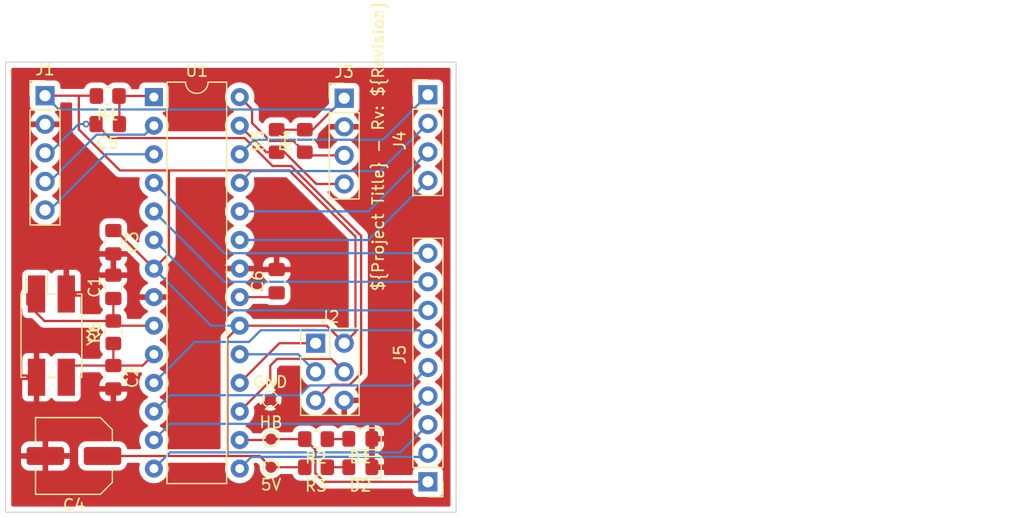
<source format=kicad_pcb>
(kicad_pcb (version 20240108) (generator "pcbnew") (generator_version "8.0")
  (title_block (title "${Project Title}") (date "2024-12-09") (rev "${Revision}") (company "${Company Name}") (comment 1 "${Designed By}"))
  (layers (0 "F.Cu" signal) (31 "B.Cu" signal) (34 "B.Paste" user) (35 "F.Paste" user) (36 "B.SilkS" user "B.Silkscreen") (37 "F.SilkS" user "F.Silkscreen") (38 "B.Mask" user) (39 "F.Mask" user) (44 "Edge.Cuts" user))
  (property "Company Name" "Squashed Fly")
  (property "Designed By" "Designed By Philip McGaw")
  (property "Project Title" "Shrimp")
  (property "Revision" "0.1")
  (net 0 "")
  (net 1 "GND")
  (net 2 "Net-(U1-XTAL1{slash}PB6)")
  (net 3 "Net-(U1-XTAL2{slash}PB7)")
  (net 4 "+5V")
  (net 5 "Net-(U1-~{RESET}{slash}PC6)")
  (net 6 "/Reset")
  (net 7 "Net-(U1-AREF)")
  (net 8 "Net-(D1-A)")
  (net 9 "Net-(D2-A)")
  (net 10 "/TX")
  (net 11 "/RX")
  (net 12 "/MISO")
  (net 13 "/SCK")
  (net 14 "/MOSI")
  (net 15 "/SDA")
  (net 16 "/SCL")
  (net 17 "/D10~")
  (net 18 "/A0")
  (net 19 "/D9~")
  (net 20 "/A2")
  (net 21 "/D5~")
  (net 22 "/D3~")
  (net 23 "/D7")
  (net 24 "/D6~")
  (net 25 "/D4")
  (net 26 "/D2")
  (net 27 "/A1")
  (net 28 "/A3")
  (net 29 "/D8")
  (footprint "Resistor_SMD:R_0805_2012Metric_Pad1.20x1.40mm_HandSolder" (layer "F.Cu") (at 108.565686 76.525 180)
    (property "Reference" "R2" (at 0 -1.65 0) (layer "F.SilkS"))
    (property "Value" "1k")
    (fp_line (start -0.227064 0.735) (end 0.227064 0.735) (stroke (width 0.12)) (layer "F.SilkS"))
    (fp_line (start -0.227064 -0.735) (end 0.227064 -0.735) (stroke (width 0.12)) (layer "F.SilkS"))
    (pad "1" smd roundrect (at -1 0 180) (size 1.2 1.4) (layers "F.Cu" "F.Paste" "F.Mask") (roundrect_rratio 0.208333) (net 8 "Net-(D1-A)"))
    (pad "2" smd roundrect (at 1 0 180) (size 1.2 1.4) (layers "F.Cu" "F.Paste" "F.Mask") (roundrect_rratio 0.208333) (net 17 "/D10~"))
  )
  (footprint "Capacitor_SMD:C_0805_2012Metric_Pad1.18x1.45mm_HandSolder" (layer "F.Cu") (at 90.565686 71.025 -90)
    (property "Reference" "C2" (at 0 -1.68 90) (layer "F.SilkS"))
    (property "Value" "22pF")
    (fp_line (start -0.261252 0.735) (end 0.261252 0.735) (stroke (width 0.12)) (layer "F.SilkS"))
    (fp_line (start -0.261252 -0.735) (end 0.261252 -0.735) (stroke (width 0.12)) (layer "F.SilkS"))
    (pad "1" smd roundrect (at -1.0375 0 270) (size 1.175 1.45) (layers "F.Cu" "F.Paste" "F.Mask") (roundrect_rratio 0.212766) (net 3 "Net-(U1-XTAL2{slash}PB7)"))
    (pad "2" smd roundrect (at 1.0375 0 270) (size 1.175 1.45) (layers "F.Cu" "F.Paste" "F.Mask") (roundrect_rratio 0.212766) (net 1 "GND"))
  )
  (footprint "Connector_PinHeader_2.54mm:PinHeader_1x04_P2.54mm_Vertical" (layer "F.Cu") (at 111.065686 46.225)
    (property "Reference" "J3" (at 0 -2.33 0) (layer "F.SilkS"))
    (property "Value" "I2C")
    (fp_line (start -1.33 -1.33) (end 0 -1.33) (stroke (width 0.12)) (layer "F.SilkS"))
    (fp_line (start -1.33 0) (end -1.33 -1.33) (stroke (width 0.12)) (layer "F.SilkS"))
    (fp_line (start -1.33 1.27) (end -1.33 8.95) (stroke (width 0.12)) (layer "F.SilkS"))
    (fp_line (start -1.33 1.27) (end 1.33 1.27) (stroke (width 0.12)) (layer "F.SilkS"))
    (fp_line (start -1.33 8.95) (end 1.33 8.95) (stroke (width 0.12)) (layer "F.SilkS"))
    (fp_line (start 1.33 1.27) (end 1.33 8.95) (stroke (width 0.12)) (layer "F.SilkS"))
    (pad "1" thru_hole rect (at 0 0) (size 1.7 1.7) (drill 1) (layers "*.Cu" "*.Mask") (net 4 "+5V"))
    (pad "2" thru_hole oval (at 0 2.54) (size 1.7 1.7) (drill 1) (layers "*.Cu" "*.Mask") (net 1 "GND"))
    (pad "3" thru_hole oval (at 0 5.08) (size 1.7 1.7) (drill 1) (layers "*.Cu" "*.Mask") (net 16 "/SCL"))
    (pad "4" thru_hole oval (at 0 7.62) (size 1.7 1.7) (drill 1) (layers "*.Cu" "*.Mask") (net 15 "/SDA"))
  )
  (footprint "Connector_PinHeader_2.54mm:PinHeader_2x03_P2.54mm_Vertical" (layer "F.Cu") (at 108.525686 68)
    (property "Reference" "J2" (at 1.27 -2.33 0) (layer "F.SilkS"))
    (property "Value" "ICSP")
    (fp_line (start -1.33 -1.33) (end 0 -1.33) (stroke (width 0.12)) (layer "F.SilkS"))
    (fp_line (start -1.33 0) (end -1.33 -1.33) (stroke (width 0.12)) (layer "F.SilkS"))
    (fp_line (start -1.33 1.27) (end -1.33 6.41) (stroke (width 0.12)) (layer "F.SilkS"))
    (fp_line (start -1.33 1.27) (end 1.27 1.27) (stroke (width 0.12)) (layer "F.SilkS"))
    (fp_line (start -1.33 6.41) (end 3.87 6.41) (stroke (width 0.12)) (layer "F.SilkS"))
    (fp_line (start 1.27 -1.33) (end 3.87 -1.33) (stroke (width 0.12)) (layer "F.SilkS"))
    (fp_line (start 1.27 1.27) (end 1.27 -1.33) (stroke (width 0.12)) (layer "F.SilkS"))
    (fp_line (start 3.87 -1.33) (end 3.87 6.41) (stroke (width 0.12)) (layer "F.SilkS"))
    (pad "1" thru_hole rect (at 0 0) (size 1.7 1.7) (drill 1) (layers "*.Cu" "*.Mask") (net 12 "/MISO"))
    (pad "2" thru_hole oval (at 2.54 0) (size 1.7 1.7) (drill 1) (layers "*.Cu" "*.Mask") (net 4 "+5V"))
    (pad "3" thru_hole oval (at 0 2.54) (size 1.7 1.7) (drill 1) (layers "*.Cu" "*.Mask") (net 13 "/SCK"))
    (pad "4" thru_hole oval (at 2.54 2.54) (size 1.7 1.7) (drill 1) (layers "*.Cu" "*.Mask") (net 14 "/MOSI"))
    (pad "5" thru_hole oval (at 0 5.08) (size 1.7 1.7) (drill 1) (layers "*.Cu" "*.Mask") (net 6 "/Reset"))
    (pad "6" thru_hole oval (at 2.54 5.08) (size 1.7 1.7) (drill 1) (layers "*.Cu" "*.Mask") (net 1 "GND"))
  )
  (footprint "Connector_PinHeader_2.54mm:PinHeader_1x05_P2.54mm_Vertical" (layer "F.Cu") (at 84.5 46)
    (property "Reference" "J1" (at 0 -2.33 0) (layer "F.SilkS"))
    (property "Value" "UART")
    (fp_line (start -1.33 -1.33) (end 0 -1.33) (stroke (width 0.12)) (layer "F.SilkS"))
    (fp_line (start -1.33 0) (end -1.33 -1.33) (stroke (width 0.12)) (layer "F.SilkS"))
    (fp_line (start -1.33 1.27) (end -1.33 11.49) (stroke (width 0.12)) (layer "F.SilkS"))
    (fp_line (start -1.33 1.27) (end 1.33 1.27) (stroke (width 0.12)) (layer "F.SilkS"))
    (fp_line (start -1.33 11.49) (end 1.33 11.49) (stroke (width 0.12)) (layer "F.SilkS"))
    (fp_line (start 1.33 1.27) (end 1.33 11.49) (stroke (width 0.12)) (layer "F.SilkS"))
    (pad "1" thru_hole rect (at 0 0) (size 1.7 1.7) (drill 1) (layers "*.Cu" "*.Mask") (net 4 "+5V"))
    (pad "2" thru_hole oval (at 0 2.54) (size 1.7 1.7) (drill 1) (layers "*.Cu" "*.Mask") (net 1 "GND"))
    (pad "3" thru_hole oval (at 0 5.08) (size 1.7 1.7) (drill 1) (layers "*.Cu" "*.Mask") (net 6 "/Reset"))
    (pad "4" thru_hole oval (at 0 7.62) (size 1.7 1.7) (drill 1) (layers "*.Cu" "*.Mask") (net 11 "/RX"))
    (pad "5" thru_hole oval (at 0 10.16) (size 1.7 1.7) (drill 1) (layers "*.Cu" "*.Mask") (net 10 "/TX"))
  )
  (footprint "TestPoint:TestPoint_Pad_D1.0mm" (layer "F.Cu") (at 104.5 73 180)
    (property "Reference" "TP2" (hide yes))
    (property "Value" "GND" (at 0 1.55 0) (layer "F.SilkS"))
    (fp_circle (center 0 0) (end 0 0.7) (stroke (width 0.12)) (fill none) (layer "F.SilkS"))
    (pad "1" smd circle (at 0 0 180) (size 1 1) (layers "F.Cu" "F.Mask") (net 1 "GND"))
  )
  (footprint "Resistor_SMD:R_0805_2012Metric_Pad1.20x1.40mm_HandSolder" (layer "F.Cu") (at 105.065686 50.025 90)
    (property "Reference" "R5" (at 0 -1.65 90) (layer "F.SilkS"))
    (property "Value" "10k")
    (fp_line (start -0.227064 -0.735) (end 0.227064 -0.735) (stroke (width 0.12)) (layer "F.SilkS"))
    (fp_line (start -0.227064 0.735) (end 0.227064 0.735) (stroke (width 0.12)) (layer "F.SilkS"))
    (pad "1" smd roundrect (at -1 0 90) (size 1.2 1.4) (layers "F.Cu" "F.Paste" "F.Mask") (roundrect_rratio 0.208333) (net 15 "/SDA"))
    (pad "2" smd roundrect (at 1 0 90) (size 1.2 1.4) (layers "F.Cu" "F.Paste" "F.Mask") (roundrect_rratio 0.208333) (net 4 "+5V"))
  )
  (footprint "Capacitor_SMD:C_Elec_6.3x5.8" (layer "F.Cu") (at 87.065686 78.025 180)
    (property "Reference" "C4" (at 0 -4.35 0) (layer "F.SilkS"))
    (property "Value" "10uF")
    (fp_line (start 3.41 3.41) (end 3.41 1.06) (stroke (width 0.12)) (layer "F.SilkS"))
    (fp_line (start 3.41 -3.41) (end 3.41 -1.06) (stroke (width 0.12)) (layer "F.SilkS"))
    (fp_line (start -2.345563 3.41) (end 3.41 3.41) (stroke (width 0.12)) (layer "F.SilkS"))
    (fp_line (start -2.345563 -3.41) (end 3.41 -3.41) (stroke (width 0.12)) (layer "F.SilkS"))
    (fp_line (start -3.41 2.345563) (end -2.345563 3.41) (stroke (width 0.12)) (layer "F.SilkS"))
    (fp_line (start -3.41 2.345563) (end -3.41 1.06) (stroke (width 0.12)) (layer "F.SilkS"))
    (fp_line (start -3.41 -2.345563) (end -2.345563 -3.41) (stroke (width 0.12)) (layer "F.SilkS"))
    (fp_line (start -3.41 -2.345563) (end -3.41 -1.06) (stroke (width 0.12)) (layer "F.SilkS"))
    (pad "1" smd roundrect (at -2.5375 0 180) (size 3.325 1.6) (layers "F.Cu" "F.Paste" "F.Mask") (roundrect_rratio 0.15625) (net 4 "+5V"))
    (pad "2" smd roundrect (at 2.5375 0 180) (size 3.325 1.6) (layers "F.Cu" "F.Paste" "F.Mask") (roundrect_rratio 0.15625) (net 1 "GND"))
  )
  (footprint "Resistor_SMD:R_0805_2012Metric_Pad1.20x1.40mm_HandSolder" (layer "F.Cu") (at 108.565686 79.025 180)
    (property "Reference" "R3" (at 0 -1.65 0) (layer "F.SilkS"))
    (property "Value" "1k")
    (fp_line (start -0.227064 0.735) (end 0.227064 0.735) (stroke (width 0.12)) (layer "F.SilkS"))
    (fp_line (start -0.227064 -0.735) (end 0.227064 -0.735) (stroke (width 0.12)) (layer "F.SilkS"))
    (pad "1" smd roundrect (at -1 0 180) (size 1.2 1.4) (layers "F.Cu" "F.Paste" "F.Mask") (roundrect_rratio 0.208333) (net 9 "Net-(D2-A)"))
    (pad "2" smd roundrect (at 1 0 180) (size 1.2 1.4) (layers "F.Cu" "F.Paste" "F.Mask") (roundrect_rratio 0.208333) (net 4 "+5V"))
  )
  (footprint "Diode_SMD:D_0805_2012Metric_Pad1.15x1.40mm_HandSolder" (layer "F.Cu") (at 112.5 76.5 180)
    (property "Reference" "D1" (at 0 -1.65 0) (layer "F.SilkS"))
    (property "Value" "Red")
    (fp_line (start 1 -0.96) (end -1.86 -0.96) (stroke (width 0.12)) (layer "F.SilkS"))
    (fp_line (start -1.86 0.96) (end 1 0.96) (stroke (width 0.12)) (layer "F.SilkS"))
    (fp_line (start -1.86 -0.96) (end -1.86 0.96) (stroke (width 0.12)) (layer "F.SilkS"))
    (pad "1" smd roundrect (at -1.025 0 180) (size 1.15 1.4) (layers "F.Cu" "F.Paste" "F.Mask") (roundrect_rratio 0.217391) (net 1 "GND"))
    (pad "2" smd roundrect (at 1.025 0 180) (size 1.15 1.4) (layers "F.Cu" "F.Paste" "F.Mask") (roundrect_rratio 0.217391) (net 8 "Net-(D1-A)"))
  )
  (footprint "TestPoint:TestPoint_Pad_D1.0mm" (layer "F.Cu") (at 104.565686 76.525)
    (property "Reference" "TP3" (hide yes))
    (property "Value" "HB" (at 0 -1.5 0) (layer "F.SilkS"))
    (fp_circle (center 0 0) (end 0 0.7) (stroke (width 0.12)) (fill none) (layer "F.SilkS"))
    (pad "1" smd circle (at 0 0) (size 1 1) (layers "F.Cu" "F.Mask") (net 17 "/D10~"))
  )
  (footprint "Capacitor_SMD:C_0805_2012Metric_Pad1.18x1.45mm_HandSolder" (layer "F.Cu") (at 90.065686 48.525 180)
    (property "Reference" "C5" (at 0 -1.68 0) (layer "F.SilkS"))
    (property "Value" "100nF")
    (fp_line (start -0.261252 0.735) (end 0.261252 0.735) (stroke (width 0.12)) (layer "F.SilkS"))
    (fp_line (start -0.261252 -0.735) (end 0.261252 -0.735) (stroke (width 0.12)) (layer "F.SilkS"))
    (pad "1" smd roundrect (at -1.0375 0 180) (size 1.175 1.45) (layers "F.Cu" "F.Paste" "F.Mask") (roundrect_rratio 0.212766) (net 5 "Net-(U1-~{RESET}{slash}PC6)"))
    (pad "2" smd roundrect (at 1.0375 0 180) (size 1.175 1.45) (layers "F.Cu" "F.Paste" "F.Mask") (roundrect_rratio 0.212766) (net 6 "/Reset"))
  )
  (footprint "Crystal:Crystal_SMD_EuroQuartz_MQ-4Pin_7.0x5.0mm_HandSoldering" (layer "F.Cu") (at 85.065686 67.325 -90)
    (property "Reference" "Y1" (at 0 -3.7 90) (layer "F.SilkS"))
    (property "Value" "16 MHz")
    (fp_line (start -3.7 2.7) (end 3.7 2.7) (stroke (width 0.12)) (layer "F.SilkS"))
    (fp_line (start 3.7 2.7) (end 3.7 2.29) (stroke (width 0.12)) (layer "F.SilkS"))
    (fp_line (start -5.55 2.29) (end -3.7 2.29) (stroke (width 0.12)) (layer "F.SilkS"))
    (fp_line (start -3.7 2.29) (end -3.7 2.7) (stroke (width 0.12)) (layer "F.SilkS"))
    (fp_line (start -5.55 0.35) (end -3.7 0.35) (stroke (width 0.12)) (layer "F.SilkS"))
    (fp_line (start -3.7 0.35) (end -3.7 -0.35) (stroke (width 0.12)) (layer "F.SilkS"))
    (fp_line (start 3.7 -0.35) (end 3.7 0.35) (stroke (width 0.12)) (layer "F.SilkS"))
    (fp_line (start -3.7 -2.29) (end -3.7 -2.7) (stroke (width 0.12)) (layer "F.SilkS"))
    (fp_line (start -3.7 -2.7) (end 3.7 -2.7) (stroke (width 0.12)) (layer "F.SilkS"))
    (fp_line (start 3.7 -2.7) (end 3.7 -2.29) (stroke (width 0.12)) (layer "F.SilkS"))
    (pad "1" smd rect (at -3.7 1.32 270) (size 3.3 1.54) (layers "F.Cu" "F.Paste" "F.Mask") (net 2 "Net-(U1-XTAL1{slash}PB6)"))
    (pad "2" smd rect (at 3.7 1.32 270) (size 3.3 1.54) (layers "F.Cu" "F.Paste" "F.Mask") (net 1 "GND"))
    (pad "3" smd rect (at 3.7 -1.32 270) (size 3.3 1.54) (layers "F.Cu" "F.Paste" "F.Mask") (net 3 "Net-(U1-XTAL2{slash}PB7)"))
    (pad "4" smd rect (at -3.7 -1.32 270) (size 3.3 1.54) (layers "F.Cu" "F.Paste" "F.Mask") (net 1 "GND"))
  )
  (footprint "Capacitor_SMD:C_0805_2012Metric_Pad1.18x1.45mm_HandSolder" (layer "F.Cu") (at 105.065686 62.4875 90)
    (property "Reference" "C6" (at 0 -1.68 90) (layer "F.SilkS"))
    (property "Value" "100nF")
    (fp_line (start -0.261252 -0.735) (end 0.261252 -0.735) (stroke (width 0.12)) (layer "F.SilkS"))
    (fp_line (start -0.261252 0.735) (end 0.261252 0.735) (stroke (width 0.12)) (layer "F.SilkS"))
    (pad "1" smd roundrect (at -1.0375 0 90) (size 1.175 1.45) (layers "F.Cu" "F.Paste" "F.Mask") (roundrect_rratio 0.212766) (net 7 "Net-(U1-AREF)"))
    (pad "2" smd roundrect (at 1.0375 0 90) (size 1.175 1.45) (layers "F.Cu" "F.Paste" "F.Mask") (roundrect_rratio 0.212766) (net 1 "GND"))
  )
  (footprint "Package_DIP:DIP-28_W7.62mm" (layer "F.Cu") (at 94.165686 46.125)
    (property "Reference" "U1" (at 3.81 -2.33 0) (layer "F.SilkS"))
    (property "Value" "ATmega328P-P")
    (fp_line (start 1.16 -1.33) (end 1.16 34.35) (stroke (width 0.12)) (layer "F.SilkS"))
    (fp_line (start 1.16 34.35) (end 6.46 34.35) (stroke (width 0.12)) (layer "F.SilkS"))
    (fp_line (start 2.81 -1.33) (end 1.16 -1.33) (stroke (width 0.12)) (layer "F.SilkS"))
    (fp_line (start 6.46 -1.33) (end 4.81 -1.33) (stroke (width 0.12)) (layer "F.SilkS"))
    (fp_line (start 6.46 34.35) (end 6.46 -1.33) (stroke (width 0.12)) (layer "F.SilkS"))
    (fp_arc (start 4.81 -1.33) (mid 3.81 -0.33) (end 2.81 -1.33) (stroke (width 0.12)) (layer "F.SilkS"))
    (pad "1" thru_hole rect (at 0 0) (size 1.6 1.6) (drill 0.8) (layers "*.Cu" "*.Mask") (net 5 "Net-(U1-~{RESET}{slash}PC6)"))
    (pad "2" thru_hole oval (at 0 2.54) (size 1.6 1.6) (drill 0.8) (layers "*.Cu" "*.Mask") (net 11 "/RX"))
    (pad "3" thru_hole oval (at 0 5.08) (size 1.6 1.6) (drill 0.8) (layers "*.Cu" "*.Mask") (net 10 "/TX"))
    (pad "4" thru_hole oval (at 0 7.62) (size 1.6 1.6) (drill 0.8) (layers "*.Cu" "*.Mask") (net 26 "/D2"))
    (pad "5" thru_hole oval (at 0 10.16) (size 1.6 1.6) (drill 0.8) (layers "*.Cu" "*.Mask") (net 22 "/D3~"))
    (pad "6" thru_hole oval (at 0 12.7) (size 1.6 1.6) (drill 0.8) (layers "*.Cu" "*.Mask") (net 25 "/D4"))
    (pad "7" thru_hole oval (at 0 15.24) (size 1.6 1.6) (drill 0.8) (layers "*.Cu" "*.Mask") (net 4 "+5V"))
    (pad "8" thru_hole oval (at 0 17.78) (size 1.6 1.6) (drill 0.8) (layers "*.Cu" "*.Mask") (net 1 "GND"))
    (pad "9" thru_hole oval (at 0 20.32) (size 1.6 1.6) (drill 0.8) (layers "*.Cu" "*.Mask") (net 2 "Net-(U1-XTAL1{slash}PB6)"))
    (pad "10" thru_hole oval (at 0 22.86) (size 1.6 1.6) (drill 0.8) (layers "*.Cu" "*.Mask") (net 3 "Net-(U1-XTAL2{slash}PB7)"))
    (pad "11" thru_hole oval (at 0 25.4) (size 1.6 1.6) (drill 0.8) (layers "*.Cu" "*.Mask") (net 21 "/D5~"))
    (pad "12" thru_hole oval (at 0 27.94) (size 1.6 1.6) (drill 0.8) (layers "*.Cu" "*.Mask") (net 24 "/D6~"))
    (pad "13" thru_hole oval (at 0 30.48) (size 1.6 1.6) (drill 0.8) (layers "*.Cu" "*.Mask") (net 23 "/D7"))
    (pad "14" thru_hole oval (at 0 33.02) (size 1.6 1.6) (drill 0.8) (layers "*.Cu" "*.Mask") (net 29 "/D8"))
    (pad "15" thru_hole oval (at 7.62 33.02) (size 1.6 1.6) (drill 0.8) (layers "*.Cu" "*.Mask") (net 19 "/D9~"))
    (pad "16" thru_hole oval (at 7.62 30.48) (size 1.6 1.6) (drill 0.8) (layers "*.Cu" "*.Mask") (net 17 "/D10~"))
    (pad "17" thru_hole oval (at 7.62 27.94) (size 1.6 1.6) (drill 0.8) (layers "*.Cu" "*.Mask") (net 14 "/MOSI"))
    (pad "18" thru_hole oval (at 7.62 25.4) (size 1.6 1.6) (drill 0.8) (layers "*.Cu" "*.Mask") (net 12 "/MISO"))
    (pad "19" thru_hole oval (at 7.62 22.86) (size 1.6 1.6) (drill 0.8) (layers "*.Cu" "*.Mask") (net 13 "/SCK"))
    (pad "20" thru_hole oval (at 7.62 20.32) (size 1.6 1.6) (drill 0.8) (layers "*.Cu" "*.Mask") (net 4 "+5V"))
    (pad "21" thru_hole oval (at 7.62 17.78) (size 1.6 1.6) (drill 0.8) (layers "*.Cu" "*.Mask") (net 7 "Net-(U1-AREF)"))
    (pad "22" thru_hole oval (at 7.62 15.24) (size 1.6 1.6) (drill 0.8) (layers "*.Cu" "*.Mask") (net 1 "GND"))
    (pad "23" thru_hole oval (at 7.62 12.7) (size 1.6 1.6) (drill 0.8) (layers "*.Cu" "*.Mask") (net 18 "/A0"))
    (pad "24" thru_hole oval (at 7.62 10.16) (size 1.6 1.6) (drill 0.8) (layers "*.Cu" "*.Mask") (net 27 "/A1"))
    (pad "25" thru_hole oval (at 7.62 7.62) (size 1.6 1.6) (drill 0.8) (layers "*.Cu" "*.Mask") (net 20 "/A2"))
    (pad "26" thru_hole oval (at 7.62 5.08) (size 1.6 1.6) (drill 0.8) (layers "*.Cu" "*.Mask") (net 28 "/A3"))
    (pad "27" thru_hole oval (at 7.62 2.54) (size 1.6 1.6) (drill 0.8) (layers "*.Cu" "*.Mask") (net 15 "/SDA"))
    (pad "28" thru_hole oval (at 7.62 0) (size 1.6 1.6) (drill 0.8) (layers "*.Cu" "*.Mask") (net 16 "/SCL"))
  )
  (footprint "Connector_PinHeader_2.54mm:PinHeader_1x04_P2.54mm_Vertical" (layer "F.Cu") (at 118.5 45.92)
    (property "Reference" "J4" (at -2.5 4.08 90) (layer "F.SilkS"))
    (property "Value" "Analouge")
    (fp_line (start -1.33 -1.33) (end 0 -1.33) (stroke (width 0.12)) (layer "F.SilkS"))
    (fp_line (start -1.33 0) (end -1.33 -1.33) (stroke (width 0.12)) (layer "F.SilkS"))
    (fp_line (start -1.33 1.27) (end -1.33 8.95) (stroke (width 0.12)) (layer "F.SilkS"))
    (fp_line (start -1.33 1.27) (end 1.33 1.27) (stroke (width 0.12)) (layer "F.SilkS"))
    (fp_line (start -1.33 8.95) (end 1.33 8.95) (stroke (width 0.12)) (layer "F.SilkS"))
    (fp_line (start 1.33 1.27) (end 1.33 8.95) (stroke (width 0.12)) (layer "F.SilkS"))
    (pad "1" thru_hole rect (at 0 0) (size 1.7 1.7) (drill 1) (layers "*.Cu" "*.Mask") (net 28 "/A3"))
    (pad "2" thru_hole oval (at 0 2.54) (size 1.7 1.7) (drill 1) (layers "*.Cu" "*.Mask") (net 20 "/A2"))
    (pad "3" thru_hole oval (at 0 5.08) (size 1.7 1.7) (drill 1) (layers "*.Cu" "*.Mask") (net 27 "/A1"))
    (pad "4" thru_hole oval (at 0 7.62) (size 1.7 1.7) (drill 1) (layers "*.Cu" "*.Mask") (net 18 "/A0"))
  )
  (footprint "Resistor_SMD:R_0805_2012Metric_Pad1.20x1.40mm_HandSolder" (layer "F.Cu") (at 90.065686 46.025 180)
    (property "Reference" "R1" (at 0 -1.65 0) (layer "F.SilkS"))
    (property "Value" "10k")
    (fp_line (start -0.227064 0.735) (end 0.227064 0.735) (stroke (width 0.12)) (layer "F.SilkS"))
    (fp_line (start -0.227064 -0.735) (end 0.227064 -0.735) (stroke (width 0.12)) (layer "F.SilkS"))
    (pad "1" smd roundrect (at -1 0 180) (size 1.2 1.4) (layers "F.Cu" "F.Paste" "F.Mask") (roundrect_rratio 0.208333) (net 5 "Net-(U1-~{RESET}{slash}PC6)"))
    (pad "2" smd roundrect (at 1 0 180) (size 1.2 1.4) (layers "F.Cu" "F.Paste" "F.Mask") (roundrect_rratio 0.208333) (net 4 "+5V"))
  )
  (footprint "Connector_PinHeader_2.54mm:PinHeader_1x09_P2.54mm_Vertical" (layer "F.Cu") (at 118.5 80.32 180)
    (property "Reference" "J5" (at 2.5 11.32 90) (layer "F.SilkS"))
    (property "Value" "Digital")
    (fp_line (start 1.33 1.27) (end 1.33 21.65) (stroke (width 0.12)) (layer "F.SilkS"))
    (fp_line (start -1.33 21.65) (end 1.33 21.65) (stroke (width 0.12)) (layer "F.SilkS"))
    (fp_line (start -1.33 1.27) (end 1.33 1.27) (stroke (width 0.12)) (layer "F.SilkS"))
    (fp_line (start -1.33 1.27) (end -1.33 21.65) (stroke (width 0.12)) (layer "F.SilkS"))
    (fp_line (start -1.33 0) (end -1.33 -1.33) (stroke (width 0.12)) (layer "F.SilkS"))
    (fp_line (start -1.33 -1.33) (end 0 -1.33) (stroke (width 0.12)) (layer "F.SilkS"))
    (pad "1" thru_hole rect (at 0 0 180) (size 1.7 1.7) (drill 1) (layers "*.Cu" "*.Mask") (net 17 "/D10~"))
    (pad "2" thru_hole oval (at 0 2.54 180) (size 1.7 1.7) (drill 1) (layers "*.Cu" "*.Mask") (net 19 "/D9~"))
    (pad "3" thru_hole oval (at 0 5.08 180) (size 1.7 1.7) (drill 1) (layers "*.Cu" "*.Mask") (net 29 "/D8"))
    (pad "4" thru_hole oval (at 0 7.62 180) (size 1.7 1.7) (drill 1) (layers "*.Cu" "*.Mask") (net 23 "/D7"))
    (pad "5" thru_hole oval (at 0 10.16 180) (size 1.7 1.7) (drill 1) (layers "*.Cu" "*.Mask") (net 24 "/D6~"))
    (pad "6" thru_hole oval (at 0 12.7 180) (size 1.7 1.7) (drill 1) (layers "*.Cu" "*.Mask") (net 21 "/D5~"))
    (pad "7" thru_hole oval (at 0 15.24 180) (size 1.7 1.7) (drill 1) (layers "*.Cu" "*.Mask") (net 25 "/D4"))
    (pad "8" thru_hole oval (at 0 17.78 180) (size 1.7 1.7) (drill 1) (layers "*.Cu" "*.Mask") (net 22 "/D3~"))
    (pad "9" thru_hole oval (at 0 20.32 180) (size 1.7 1.7) (drill 1) (layers "*.Cu" "*.Mask") (net 26 "/D2"))
  )
  (footprint "Resistor_SMD:R_0805_2012Metric_Pad1.20x1.40mm_HandSolder" (layer "F.Cu") (at 90.565686 67.025 90)
    (property "Reference" "R6" (at 0 -1.65 90) (layer "F.SilkS"))
    (property "Value" "1M")
    (fp_line (start -0.227064 -0.735) (end 0.227064 -0.735) (stroke (width 0.12)) (layer "F.SilkS"))
    (fp_line (start -0.227064 0.735) (end 0.227064 0.735) (stroke (width 0.12)) (layer "F.SilkS"))
    (pad "1" smd roundrect (at -1 0 90) (size 1.2 1.4) (layers "F.Cu" "F.Paste" "F.Mask") (roundrect_rratio 0.208333) (net 3 "Net-(U1-XTAL2{slash}PB7)"))
    (pad "2" smd roundrect (at 1 0 90) (size 1.2 1.4) (layers "F.Cu" "F.Paste" "F.Mask") (roundrect_rratio 0.208333) (net 2 "Net-(U1-XTAL1{slash}PB6)"))
  )
  (footprint "Diode_SMD:D_0805_2012Metric_Pad1.15x1.40mm_HandSolder" (layer "F.Cu") (at 112.5 79.025 180)
    (property "Reference" "D2" (at 0 -1.65 0) (layer "F.SilkS"))
    (property "Value" "Green")
    (fp_line (start 1 -0.96) (end -1.86 -0.96) (stroke (width 0.12)) (layer "F.SilkS"))
    (fp_line (start -1.86 0.96) (end 1 0.96) (stroke (width 0.12)) (layer "F.SilkS"))
    (fp_line (start -1.86 -0.96) (end -1.86 0.96) (stroke (width 0.12)) (layer "F.SilkS"))
    (pad "1" smd roundrect (at -1.025 0 180) (size 1.15 1.4) (layers "F.Cu" "F.Paste" "F.Mask") (roundrect_rratio 0.217391) (net 1 "GND"))
    (pad "2" smd roundrect (at 1.025 0 180) (size 1.15 1.4) (layers "F.Cu" "F.Paste" "F.Mask") (roundrect_rratio 0.217391) (net 9 "Net-(D2-A)"))
  )
  (footprint "Resistor_SMD:R_0805_2012Metric_Pad1.20x1.40mm_HandSolder" (layer "F.Cu") (at 107.565686 50.025 90)
    (property "Reference" "R4" (at 0 -1.65 90) (layer "F.SilkS"))
    (property "Value" "10k")
    (fp_line (start -0.227064 -0.735) (end 0.227064 -0.735) (stroke (width 0.12)) (layer "F.SilkS"))
    (fp_line (start -0.227064 0.735) (end 0.227064 0.735) (stroke (width 0.12)) (layer "F.SilkS"))
    (pad "1" smd roundrect (at -1 0 90) (size 1.2 1.4) (layers "F.Cu" "F.Paste" "F.Mask") (roundrect_rratio 0.208333) (net 16 "/SCL"))
    (pad "2" smd roundrect (at 1 0 90) (size 1.2 1.4) (layers "F.Cu" "F.Paste" "F.Mask") (roundrect_rratio 0.208333) (net 4 "+5V"))
  )
  (footprint "TestPoint:TestPoint_Pad_D1.0mm" (layer "F.Cu") (at 104.565686 79.025)
    (property "Reference" "TP1" (hide yes))
    (property "Value" "5V" (at 0 1.55 0) (layer "F.SilkS"))
    (fp_circle (center 0 0) (end 0 0.7) (stroke (width 0.12)) (fill none) (layer "F.SilkS"))
    (pad "1" smd circle (at 0 0) (size 1 1) (layers "F.Cu" "F.Mask") (net 4 "+5V"))
  )
  (footprint "Capacitor_SMD:C_0805_2012Metric_Pad1.18x1.45mm_HandSolder" (layer "F.Cu") (at 90.565686 62.9875 90)
    (property "Reference" "C1" (at 0 -1.68 90) (layer "F.SilkS"))
    (property "Value" "22pF")
    (fp_line (start -0.261252 -0.735) (end 0.261252 -0.735) (stroke (width 0.12)) (layer "F.SilkS"))
    (fp_line (start -0.261252 0.735) (end 0.261252 0.735) (stroke (width 0.12)) (layer "F.SilkS"))
    (pad "1" smd roundrect (at -1.0375 0 90) (size 1.175 1.45) (layers "F.Cu" "F.Paste" "F.Mask") (roundrect_rratio 0.212766) (net 2 "Net-(U1-XTAL1{slash}PB6)"))
    (pad "2" smd roundrect (at 1.0375 0 90) (size 1.175 1.45) (layers "F.Cu" "F.Paste" "F.Mask") (roundrect_rratio 0.212766) (net 1 "GND"))
  )
  (footprint "Capacitor_SMD:C_0805_2012Metric_Pad1.18x1.45mm_HandSolder" (layer "F.Cu") (at 90.565686 59.025 -90)
    (property "Reference" "C3" (at 0 -1.68 90) (layer "F.SilkS"))
    (property "Value" "100nF")
    (fp_line (start -0.261252 0.735) (end 0.261252 0.735) (stroke (width 0.12)) (layer "F.SilkS"))
    (fp_line (start -0.261252 -0.735) (end 0.261252 -0.735) (stroke (width 0.12)) (layer "F.SilkS"))
    (pad "1" smd roundrect (at -1.0375 0 270) (size 1.175 1.45) (layers "F.Cu" "F.Paste" "F.Mask") (roundrect_rratio 0.212766) (net 4 "+5V"))
    (pad "2" smd roundrect (at 1.0375 0 270) (size 1.175 1.45) (layers "F.Cu" "F.Paste" "F.Mask") (roundrect_rratio 0.212766) (net 1 "GND"))
  )
  (gr_rect (start 81 43.025) (end 121 83.025) (stroke (width 0.1)) (fill none) (layer "Edge.Cuts"))
  (gr_text "${TITLE} - Rv: ${REVISION}" (at 113.5 50.5 90) (layer "F.SilkS") (effects (font (size 1 1)) (justify top)))
  (segment (start 82.925686 64.505) (end 84.445686 66.025) (width 0.2) (layer "F.Cu") (net 2))
  (segment (start 84.445686 66.025) (end 90.565686 66.025) (width 0.2) (layer "F.Cu") (net 2))
  (segment (start 94.165686 66.445) (end 90.985686 66.445) (width 0.2) (layer "F.Cu") (net 2))
  (segment (start 90.565686 66.025) (end 90.565686 64.025) (width 0.2) (layer "F.Cu") (net 2))
  (segment (start 82.925686 63.625) (end 82.925686 64.505) (width 0.2) (layer "F.Cu") (net 2))
  (segment (start 93.163186 69.9875) (end 94.165686 68.985) (width 0.2) (layer "F.Cu") (net 3))
  (segment (start 87.103186 69.9875) (end 90.565686 69.9875) (width 0.2) (layer "F.Cu") (net 3))
  (segment (start 90.565686 68.025) (end 90.565686 69.9875) (width 0.2) (layer "F.Cu") (net 3))
  (segment (start 90.565686 69.9875) (end 93.163186 69.9875) (width 0.2) (layer "F.Cu") (net 3))
  (segment (start 86.065686 71.025) (end 87.103186 69.9875) (width 0.2) (layer "F.Cu") (net 3))
  (segment (start 111.065686 68) (end 112.065686 67) (width 0.2) (layer "F.Cu") (net 4))
  (segment (start 103.565686 78.025) (end 104.565686 79.025) (width 0.2) (layer "F.Cu") (net 4))
  (segment (start 109.510686 66.445) (end 111.065686 68) (width 0.2) (layer "F.Cu") (net 4))
  (segment (start 107.565686 49.025) (end 108.265686 49.025) (width 0.2) (layer "F.Cu") (net 4))
  (segment (start 88.540686 46) (end 84.5 46) (width 0.2) (layer "F.Cu") (net 4))
  (segment (start 112.065686 67) (end 112.065686 58.525) (width 0.2) (layer "F.Cu") (net 4))
  (segment (start 100.685686 77.5) (end 100.685686 67.545) (width 0.2) (layer "F.Cu") (net 4))
  (segment (start 94.165686 61.365) (end 90.788186 57.9875) (width 0.2) (layer "F.Cu") (net 4))
  (segment (start 107.565686 79.025) (end 104.565686 79.025) (width 0.2) (layer "F.Cu") (net 4))
  (segment (start 100.685686 67.545) (end 101.785686 66.445) (width 0.2) (layer "F.Cu") (net 4))
  (segment (start 95.5 60.030686) (end 95.5 52.645) (width 0.2) (layer "F.Cu") (net 4))
  (segment (start 89.603186 78.025) (end 103.565686 78.025) (width 0.2) (layer "F.Cu") (net 4))
  (segment (start 112.065686 58.525) (end 106.185686 52.645) (width 0.2) (layer "F.Cu") (net 4))
  (segment (start 95.5 52.645) (end 106.185686 52.645) (width 0.2) (layer "F.Cu") (net 4))
  (segment (start 94.165686 61.365) (end 95.5 60.030686) (width 0.2) (layer "F.Cu") (net 4))
  (segment (start 87.5 49) (end 87.5 46) (width 0.2) (layer "F.Cu") (net 4))
  (segment (start 105.065686 49.025) (end 107.565686 49.025) (width 0.2) (layer "F.Cu") (net 4))
  (segment (start 108.265686 49.025) (end 111.065686 46.225) (width 0.2) (layer "F.Cu") (net 4))
  (segment (start 91.145 52.645) (end 87.5 49) (width 0.2) (layer "F.Cu") (net 4))
  (segment (start 88.565686 46.025) (end 88.540686 46) (width 0.2) (layer "F.Cu") (net 4))
  (segment (start 101.785686 66.445) (end 109.510686 66.445) (width 0.2) (layer "F.Cu") (net 4))
  (segment (start 95.5 52.645) (end 91.145 52.645) (width 0.2) (layer "F.Cu") (net 4))
  (segment (start 100.685686 78) (end 100.685686 77.5) (width 0.2) (layer "F.Cu") (net 4))
  (segment (start 85.725 47.225) (end 84.5 46) (width 0.2) (layer "B.Cu") (net 4))
  (segment (start 101.785686 66.445) (end 99.245686 66.445) (width 0.2) (layer "B.Cu") (net 4))
  (segment (start 111.065686 46.225) (end 110.065686 47.225) (width 0.2) (layer "B.Cu") (net 4))
  (segment (start 110.065686 47.225) (end 85.725 47.225) (width 0.2) (layer "B.Cu") (net 4))
  (segment (start 99.245686 66.445) (end 94.165686 61.365) (width 0.2) (layer "B.Cu") (net 4))
  (segment (start 91.103186 48.525) (end 91.103186 46.0625) (width 0.2) (layer "F.Cu") (net 5))
  (segment (start 91.065686 46.025) (end 94.065686 46.025) (width 0.2) (layer "F.Cu") (net 5))
  (segment (start 102.220942 49.765) (end 90.268186 49.765) (width 0.2) (layer "F.Cu") (net 6))
  (segment (start 90.268186 49.765) (end 89.028186 48.525) (width 0.2) (layer "F.Cu") (net 6))
  (segment (start 106.351372 52.245) (end 104.700942 52.245) (width 0.2) (layer "F.Cu") (net 6))
  (segment (start 104.700942 52.245) (end 102.220942 49.765) (width 0.2) (layer "F.Cu") (net 6))
  (segment (start 112.565686 70.69) (end 112.565686 58.459314) (width 0.2) (layer "F.Cu") (net 6))
  (segment (start 109.915686 71.69) (end 111.565686 71.69) (width 0.2) (layer "F.Cu") (net 6))
  (segment (start 89.028186 48.525) (end 88.15 48.525) (width 0.2) (layer "F.Cu") (net 6))
  (segment (start 112.565686 58.459314) (end 106.351372 52.245) (width 0.2) (layer "F.Cu") (net 6))
  (segment (start 111.565686 71.69) (end 112.565686 70.69) (width 0.2) (layer "F.Cu") (net 6))
  (segment (start 108.525686 73.08) (end 109.915686 71.69) (width 0.2) (layer "F.Cu") (net 6))
  (via (at 88.15 48.525) (size 0.6) (drill 0.3) (layers "F.Cu" "B.Cu") (net 6))
  (segment (start 87.48 48.525) (end 88.15 48.525) (width 0.2) (layer "B.Cu") (net 6))
  (segment (start 84.48 51.525) (end 87.48 48.525) (width 0.2) (layer "B.Cu") (net 6))
  (segment (start 101.785686 63.905) (end 104.685686 63.905) (width 0.2) (layer "F.Cu") (net 7))
  (segment (start 109.565686 76.525) (end 111.45 76.525) (width 0.2) (layer "F.Cu") (net 8))
  (segment (start 111.45 76.525) (end 111.475 76.5) (width 0.2) (layer "F.Cu") (net 8))
  (segment (start 109.565686 79.025) (end 111.475 79.025) (width 0.2) (layer "F.Cu") (net 9))
  (segment (start 89.88 51.205) (end 84.5 56.585) (width 0.2) (layer "B.Cu") (net 10))
  (segment (start 94.165686 51.205) (end 89.88 51.205) (width 0.2) (layer "B.Cu") (net 10))
  (segment (start 89.080001 49.464999) (end 84.48 54.065) (width 0.2) (layer "B.Cu") (net 11))
  (segment (start 94.165686 48.665) (end 93.365687 49.464999) (width 0.2) (layer "B.Cu") (net 11))
  (segment (start 93.365687 49.464999) (end 89.080001 49.464999) (width 0.2) (layer "B.Cu") (net 11))
  (segment (start 105.310686 68) (end 108.525686 68) (width 0.2) (layer "F.Cu") (net 12))
  (segment (start 101.785686 71.525) (end 105.310686 68) (width 0.2) (layer "F.Cu") (net 12))
  (segment (start 108.525686 70.54) (end 106.970686 68.985) (width 0.2) (layer "B.Cu") (net 13))
  (segment (start 106.970686 68.985) (end 101.785686 68.985) (width 0.2) (layer "B.Cu") (net 13))
  (segment (start 109.915686 69.39) (end 105.11 69.39) (width 0.2) (layer "F.Cu") (net 14))
  (segment (start 104.5 70) (end 104.5 71.350686) (width 0.2) (layer "F.Cu") (net 14))
  (segment (start 105.11 69.39) (end 104.5 70) (width 0.2) (layer "F.Cu") (net 14))
  (segment (start 111.065686 70.54) (end 109.915686 69.39) (width 0.2) (layer "F.Cu") (net 14))
  (segment (start 104.5 71.350686) (end 101.785686 74.065) (width 0.2) (layer "F.Cu") (net 14))
  (segment (start 105.765686 51.025) (end 108.585686 53.845) (width 0.2) (layer "F.Cu") (net 15))
  (segment (start 108.585686 53.845) (end 111.065686 53.845) (width 0.2) (layer "F.Cu") (net 15))
  (segment (start 104.145686 51.025) (end 105.065686 51.025) (width 0.2) (layer "F.Cu") (net 15))
  (segment (start 105.065686 51.025) (end 105.765686 51.025) (width 0.2) (layer "F.Cu") (net 15))
  (segment (start 101.785686 48.665) (end 104.145686 51.025) (width 0.2) (layer "F.Cu") (net 15))
  (segment (start 102.885686 47.225) (end 102.885686 48.429744) (width 0.2) (layer "F.Cu") (net 16))
  (segment (start 102.885686 48.429744) (end 104.480942 50.025) (width 0.2) (layer "F.Cu") (net 16))
  (segment (start 111.065686 51.305) (end 107.845686 51.305) (width 0.2) (layer "F.Cu") (net 16))
  (segment (start 104.480942 50.025) (end 106.565686 50.025) (width 0.2) (layer "F.Cu") (net 16))
  (segment (start 106.565686 50.025) (end 107.565686 51.025) (width 0.2) (layer "F.Cu") (net 16))
  (segment (start 101.785686 46.125) (end 102.885686 47.225) (width 0.2) (layer "F.Cu") (net 16))
  (segment (start 101.785686 76.605) (end 104.485686 76.605) (width 0.2) (layer "F.Cu") (net 17))
  (segment (start 107.565686 76.525) (end 104.565686 76.525) (width 0.2) (layer "F.Cu") (net 17))
  (segment (start 118.5 80.32) (end 109.275942 80.32) (width 0.2) (layer "F.Cu") (net 17))
  (segment (start 109.275942 80.32) (end 108.5 79.544058) (width 0.2) (layer "F.Cu") (net 17))
  (segment (start 108.5 79.544058) (end 108.5 77.459314) (width 0.2) (layer "F.Cu") (net 17))
  (segment (start 108.5 77.459314) (end 107.565686 76.525) (width 0.2) (layer "F.Cu") (net 17))
  (segment (start 118.5 53.54) (end 113.215 58.825) (width 0.2) (layer "B.Cu") (net 18))
  (segment (start 113.215 58.825) (end 101.785686 58.825) (width 0.2) (layer "B.Cu") (net 18))
  (segment (start 118.175 78.105) (end 102.825686 78.105) (width 0.2) (layer "B.Cu") (net 19))
  (segment (start 118.5 77.78) (end 118.175 78.105) (width 0.2) (layer "B.Cu") (net 19))
  (segment (start 102.825686 78.105) (end 101.785686 79.145) (width 0.2) (layer "B.Cu") (net 19))
  (segment (start 102.835686 52.695) (end 101.785686 53.745) (width 0.2) (layer "B.Cu") (net 20))
  (segment (start 114.265 52.695) (end 102.835686 52.695) (width 0.2) (layer "B.Cu") (net 20))
  (segment (start 118.5 48.46) (end 114.265 52.695) (width 0.2) (layer "B.Cu") (net 20))
  (segment (start 118.5 67.62) (end 117.73 66.85) (width 0.2) (layer "B.Cu") (net 21))
  (segment (start 97.805686 67.885) (end 94.165686 71.525) (width 0.2) (layer "B.Cu") (net 21))
  (segment (start 103.65 66.85) (end 102.615 67.885) (width 0.2) (layer "B.Cu") (net 21))
  (segment (start 102.615 67.885) (end 97.805686 67.885) (width 0.2) (layer "B.Cu") (net 21))
  (segment (start 117.73 66.85) (end 103.65 66.85) (width 0.2) (layer "B.Cu") (net 21))
  (segment (start 118.5 62.54) (end 100.420686 62.54) (width 0.2) (layer "B.Cu") (net 22))
  (segment (start 100.420686 62.54) (end 94.165686 56.285) (width 0.2) (layer "B.Cu") (net 22))
  (segment (start 95.605686 75.165) (end 116.035 75.165) (width 0.2) (layer "B.Cu") (net 23))
  (segment (start 94.165686 76.605) (end 95.605686 75.165) (width 0.2) (layer "B.Cu") (net 23))
  (segment (start 116.035 75.165) (end 118.5 72.7) (width 0.2) (layer "B.Cu") (net 23))
  (segment (start 107.98434 71.755) (end 116.905 71.755) (width 0.2) (layer "B.Cu") (net 24))
  (segment (start 116.905 71.755) (end 118.5 70.16) (width 0.2) (layer "B.Cu") (net 24))
  (segment (start 95.605686 72.625) (end 107.11434 72.625) (width 0.2) (layer "B.Cu") (net 24))
  (segment (start 94.165686 74.065) (end 95.605686 72.625) (width 0.2) (layer "B.Cu") (net 24))
  (segment (start 107.11434 72.625) (end 107.98434 71.755) (width 0.2) (layer "B.Cu") (net 24))
  (segment (start 94.165686 58.825) (end 100.420686 65.08) (width 0.2) (layer "B.Cu") (net 25))
  (segment (start 100.420686 65.08) (end 118.5 65.08) (width 0.2) (layer "B.Cu") (net 25))
  (segment (start 94.165686 53.745) (end 100.420686 60) (width 0.2) (layer "B.Cu") (net 26))
  (segment (start 100.420686 60) (end 118.5 60) (width 0.2) (layer "B.Cu") (net 26))
  (segment (start 118.5 51) (end 113.215 56.285) (width 0.2) (layer "B.Cu") (net 27))
  (segment (start 113.215 56.285) (end 101.785686 56.285) (width 0.2) (layer "B.Cu") (net 27))
  (segment (start 103.075686 49.915) (end 101.785686 51.205) (width 0.2) (layer "B.Cu") (net 28))
  (segment (start 114.505 49.915) (end 103.075686 49.915) (width 0.2) (layer "B.Cu") (net 28))
  (segment (start 118.5 45.92) (end 114.505 49.915) (width 0.2) (layer "B.Cu") (net 28))
  (segment (start 94.165686 79.145) (end 95.605686 77.705) (width 0.2) (layer "B.Cu") (net 29))
  (segment (start 95.605686 77.705) (end 116.035 77.705) (width 0.2) (layer "B.Cu") (net 29))
  (segment (start 116.035 77.705) (end 118.5 75.24) (width 0.2) (layer "B.Cu") (net 29))
  (zone (net 1) (net_name "GND") (layer "F.Cu") (connect_pads (clearance 0.5)) (min_thickness 0.25) (fill yes (thermal_gap 0.5) (thermal_bridge_width 0.5))
    (polygon (pts (xy 121.5 42.525) (xy 80.5 42.525) (xy 80.5 83.525) (xy 121.5 83.525)))
  )
)
</source>
